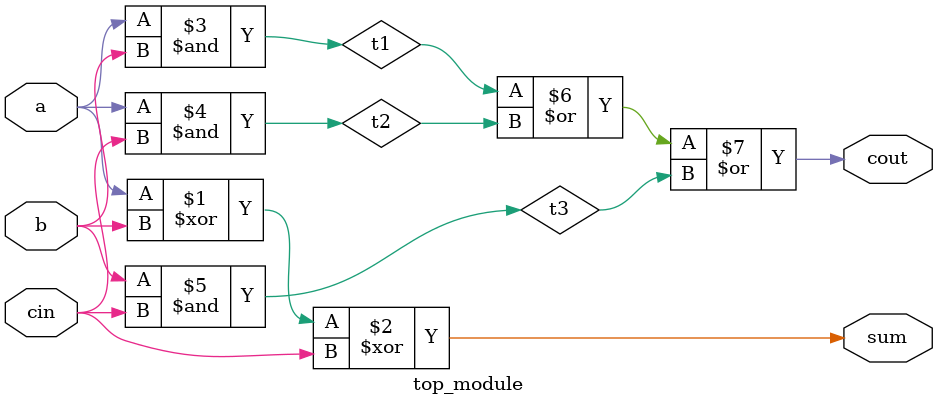
<source format=sv>
module top_module (
    input a,
    input b,
    input cin,
    output cout,
    output sum
);

    wire t1, t2, t3;

    // Sum
    assign sum = a ^ b ^ cin;

    // Carry
    assign t1 = a & b;
    assign t2 = a & cin;
    assign t3 = b & cin;
    assign cout = t1 | t2 | t3;

endmodule

</source>
